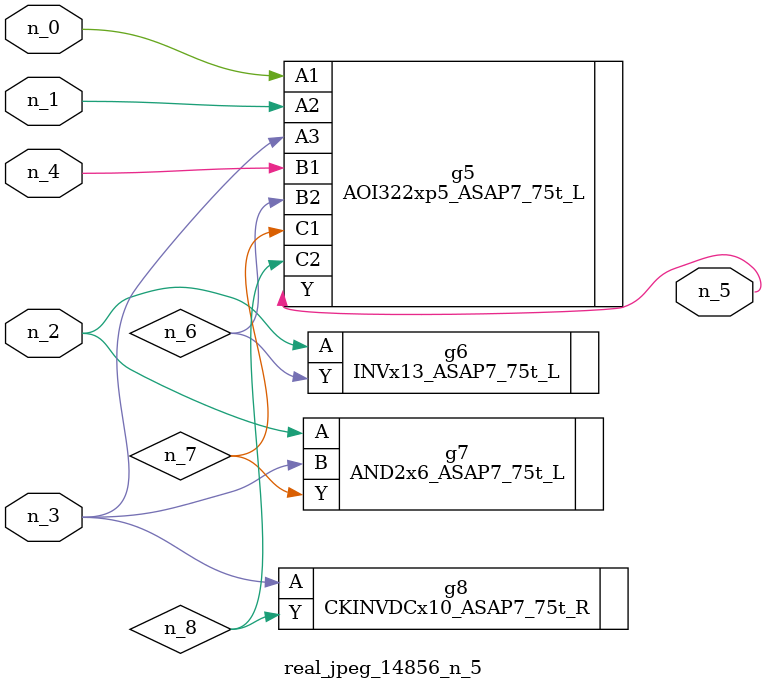
<source format=v>
module real_jpeg_14856_n_5 (n_4, n_0, n_1, n_2, n_3, n_5);

input n_4;
input n_0;
input n_1;
input n_2;
input n_3;

output n_5;

wire n_8;
wire n_6;
wire n_7;

AOI322xp5_ASAP7_75t_L g5 ( 
.A1(n_0),
.A2(n_1),
.A3(n_3),
.B1(n_4),
.B2(n_6),
.C1(n_7),
.C2(n_8),
.Y(n_5)
);

INVx13_ASAP7_75t_L g6 ( 
.A(n_2),
.Y(n_6)
);

AND2x6_ASAP7_75t_L g7 ( 
.A(n_2),
.B(n_3),
.Y(n_7)
);

CKINVDCx10_ASAP7_75t_R g8 ( 
.A(n_3),
.Y(n_8)
);


endmodule
</source>
